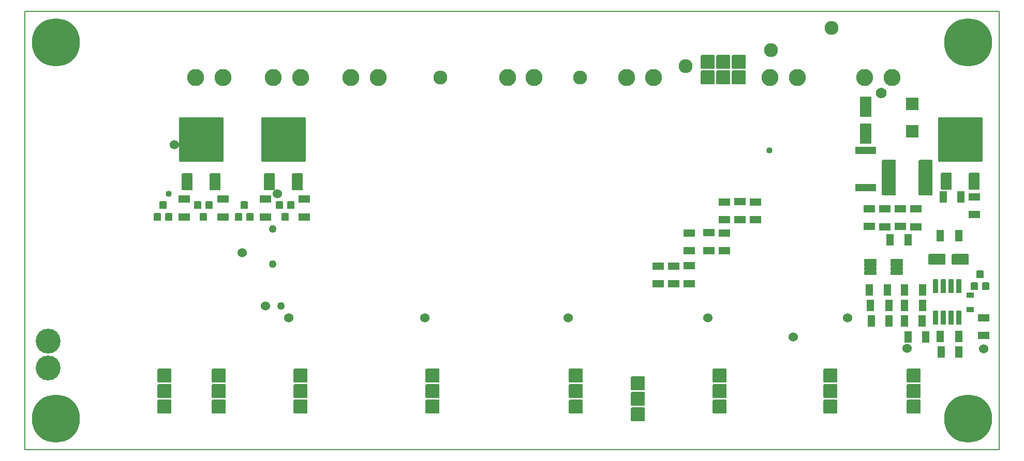
<source format=gbr>
G04 PROTEUS RS274X GERBER FILE*
%FSLAX45Y45*%
%MOMM*%
G01*
%ADD71C,1.270000*%
%ADD46C,2.286000*%
%ADD21C,1.524000*%
%ADD19C,1.016000*%
%ADD47C,1.778000*%
%ADD49C,4.064000*%
%ADD50C,2.794000*%
%AMPPAD045*
4,1,36,
-1.016000,1.143000,
1.016000,1.143000,
1.041970,1.140470,
1.065980,1.133200,
1.087580,1.121650,
1.106290,1.106290,
1.121650,1.087570,
1.133200,1.065980,
1.140470,1.041970,
1.143000,1.016000,
1.143000,-1.016000,
1.140470,-1.041970,
1.133200,-1.065980,
1.121650,-1.087570,
1.106290,-1.106290,
1.087580,-1.121650,
1.065980,-1.133200,
1.041970,-1.140470,
1.016000,-1.143000,
-1.016000,-1.143000,
-1.041970,-1.140470,
-1.065980,-1.133200,
-1.087580,-1.121650,
-1.106290,-1.106290,
-1.121650,-1.087570,
-1.133200,-1.065980,
-1.140470,-1.041970,
-1.143000,-1.016000,
-1.143000,1.016000,
-1.140470,1.041970,
-1.133200,1.065980,
-1.121650,1.087570,
-1.106290,1.106290,
-1.087580,1.121650,
-1.065980,1.133200,
-1.041970,1.140470,
-1.016000,1.143000,
0*%
%ADD51PPAD045*%
%AMPPAD064*
4,1,36,
-0.444500,-0.635000,
0.444500,-0.635000,
0.470470,-0.632470,
0.494480,-0.625200,
0.516080,-0.613650,
0.534790,-0.598290,
0.550150,-0.579570,
0.561700,-0.557980,
0.568970,-0.533970,
0.571500,-0.508000,
0.571500,0.508000,
0.568970,0.533970,
0.561700,0.557980,
0.550150,0.579570,
0.534790,0.598290,
0.516080,0.613650,
0.494480,0.625200,
0.470470,0.632470,
0.444500,0.635000,
-0.444500,0.635000,
-0.470470,0.632470,
-0.494480,0.625200,
-0.516080,0.613650,
-0.534790,0.598290,
-0.550150,0.579570,
-0.561700,0.557980,
-0.568970,0.533970,
-0.571500,0.508000,
-0.571500,-0.508000,
-0.568970,-0.533970,
-0.561700,-0.557980,
-0.550150,-0.579570,
-0.534790,-0.598290,
-0.516080,-0.613650,
-0.494480,-0.625200,
-0.470470,-0.632470,
-0.444500,-0.635000,
0*%
%ADD74PPAD064*%
%AMPPAD065*
4,1,36,
3.492500,3.619500,
-3.492500,3.619500,
-3.518470,3.616970,
-3.542480,3.609700,
-3.564080,3.598150,
-3.582790,3.582790,
-3.598150,3.564070,
-3.609700,3.542480,
-3.616970,3.518470,
-3.619500,3.492500,
-3.619500,-3.492500,
-3.616970,-3.518470,
-3.609700,-3.542480,
-3.598150,-3.564070,
-3.582790,-3.582790,
-3.564080,-3.598150,
-3.542480,-3.609700,
-3.518470,-3.616970,
-3.492500,-3.619500,
3.492500,-3.619500,
3.518470,-3.616970,
3.542480,-3.609700,
3.564080,-3.598150,
3.582790,-3.582790,
3.598150,-3.564070,
3.609700,-3.542480,
3.616970,-3.518470,
3.619500,-3.492500,
3.619500,3.492500,
3.616970,3.518470,
3.609700,3.542480,
3.598150,3.564070,
3.582790,3.582790,
3.564080,3.598150,
3.542480,3.609700,
3.518470,3.616970,
3.492500,3.619500,
0*%
%ADD75PPAD065*%
%AMPPAD066*
4,1,36,
0.762000,1.397000,
-0.762000,1.397000,
-0.787970,1.394470,
-0.811980,1.387200,
-0.833580,1.375650,
-0.852290,1.360290,
-0.867650,1.341570,
-0.879200,1.319980,
-0.886470,1.295970,
-0.889000,1.270000,
-0.889000,-1.270000,
-0.886470,-1.295970,
-0.879200,-1.319980,
-0.867650,-1.341570,
-0.852290,-1.360290,
-0.833580,-1.375650,
-0.811980,-1.387200,
-0.787970,-1.394470,
-0.762000,-1.397000,
0.762000,-1.397000,
0.787970,-1.394470,
0.811980,-1.387200,
0.833580,-1.375650,
0.852290,-1.360290,
0.867650,-1.341570,
0.879200,-1.319980,
0.886470,-1.295970,
0.889000,-1.270000,
0.889000,1.270000,
0.886470,1.295970,
0.879200,1.319980,
0.867650,1.341570,
0.852290,1.360290,
0.833580,1.375650,
0.811980,1.387200,
0.787970,1.394470,
0.762000,1.397000,
0*%
%ADD76PPAD066*%
%AMPPAD067*
4,1,4,
-1.054100,-1.054100,
1.054100,-1.054100,
1.054100,1.054100,
-1.054100,1.054100,
-1.054100,-1.054100,
0*%
%ADD77PPAD067*%
%AMPPAD068*
4,1,36,
-0.571500,0.317500,
-0.571500,-0.317500,
-0.568970,-0.343470,
-0.561700,-0.367480,
-0.550150,-0.389080,
-0.534790,-0.407790,
-0.516070,-0.423150,
-0.494480,-0.434700,
-0.470470,-0.441970,
-0.444500,-0.444500,
0.444500,-0.444500,
0.470470,-0.441970,
0.494480,-0.434700,
0.516070,-0.423150,
0.534790,-0.407790,
0.550150,-0.389080,
0.561700,-0.367480,
0.568970,-0.343470,
0.571500,-0.317500,
0.571500,0.317500,
0.568970,0.343470,
0.561700,0.367480,
0.550150,0.389080,
0.534790,0.407790,
0.516070,0.423150,
0.494480,0.434700,
0.470470,0.441970,
0.444500,0.444500,
-0.444500,0.444500,
-0.470470,0.441970,
-0.494480,0.434700,
-0.516070,0.423150,
-0.534790,0.407790,
-0.550150,0.389080,
-0.561700,0.367480,
-0.568970,0.343470,
-0.571500,0.317500,
0*%
%ADD78PPAD068*%
%AMPPAD042*
4,1,36,
-1.016000,2.921000,
1.016000,2.921000,
1.041970,2.918470,
1.065980,2.911200,
1.087580,2.899650,
1.106290,2.884290,
1.121650,2.865570,
1.133200,2.843980,
1.140470,2.819970,
1.143000,2.794000,
1.143000,-2.794000,
1.140470,-2.819970,
1.133200,-2.843980,
1.121650,-2.865570,
1.106290,-2.884290,
1.087580,-2.899650,
1.065980,-2.911200,
1.041970,-2.918470,
1.016000,-2.921000,
-1.016000,-2.921000,
-1.041970,-2.918470,
-1.065980,-2.911200,
-1.087580,-2.899650,
-1.106290,-2.884290,
-1.121650,-2.865570,
-1.133200,-2.843980,
-1.140470,-2.819970,
-1.143000,-2.794000,
-1.143000,2.794000,
-1.140470,2.819970,
-1.133200,2.843980,
-1.121650,2.865570,
-1.106290,2.884290,
-1.087580,2.899650,
-1.065980,2.911200,
-1.041970,2.918470,
-1.016000,2.921000,
0*%
%ADD48PPAD042*%
%AMPPAD069*
4,1,36,
-0.825500,-1.651000,
0.825500,-1.651000,
0.851470,-1.648470,
0.875480,-1.641200,
0.897080,-1.629650,
0.915790,-1.614290,
0.931150,-1.595570,
0.942700,-1.573980,
0.949970,-1.549970,
0.952500,-1.524000,
0.952500,1.524000,
0.949970,1.549970,
0.942700,1.573980,
0.931150,1.595570,
0.915790,1.614290,
0.897080,1.629650,
0.875480,1.641200,
0.851470,1.648470,
0.825500,1.651000,
-0.825500,1.651000,
-0.851470,1.648470,
-0.875480,1.641200,
-0.897080,1.629650,
-0.915790,1.614290,
-0.931150,1.595570,
-0.942700,1.573980,
-0.949970,1.549970,
-0.952500,1.524000,
-0.952500,-1.524000,
-0.949970,-1.549970,
-0.942700,-1.573980,
-0.931150,-1.595570,
-0.915790,-1.614290,
-0.897080,-1.629650,
-0.875480,-1.641200,
-0.851470,-1.648470,
-0.825500,-1.651000,
0*%
%ADD79PPAD069*%
%AMPPAD057*
4,1,36,
-1.016000,-0.190500,
-1.016000,0.190500,
-1.013470,0.216470,
-1.006200,0.240480,
-0.994650,0.262080,
-0.979290,0.280790,
-0.960570,0.296150,
-0.938980,0.307700,
-0.914970,0.314970,
-0.889000,0.317500,
0.889000,0.317500,
0.914970,0.314970,
0.938980,0.307700,
0.960570,0.296150,
0.979290,0.280790,
0.994650,0.262080,
1.006200,0.240480,
1.013470,0.216470,
1.016000,0.190500,
1.016000,-0.190500,
1.013470,-0.216470,
1.006200,-0.240480,
0.994650,-0.262080,
0.979290,-0.280790,
0.960570,-0.296150,
0.938980,-0.307700,
0.914970,-0.314970,
0.889000,-0.317500,
-0.889000,-0.317500,
-0.914970,-0.314970,
-0.938980,-0.307700,
-0.960570,-0.296150,
-0.979290,-0.280790,
-0.994650,-0.262080,
-1.006200,-0.240480,
-1.013470,-0.216470,
-1.016000,-0.190500,
0*%
%ADD63PPAD057*%
%AMPPAD070*
4,1,36,
-0.317500,-1.143000,
0.317500,-1.143000,
0.343470,-1.140470,
0.367480,-1.133200,
0.389080,-1.121650,
0.407790,-1.106290,
0.423150,-1.087570,
0.434700,-1.065980,
0.441970,-1.041970,
0.444500,-1.016000,
0.444500,1.016000,
0.441970,1.041970,
0.434700,1.065980,
0.423150,1.087570,
0.407790,1.106290,
0.389080,1.121650,
0.367480,1.133200,
0.343470,1.140470,
0.317500,1.143000,
-0.317500,1.143000,
-0.343470,1.140470,
-0.367480,1.133200,
-0.389080,1.121650,
-0.407790,1.106290,
-0.423150,1.087570,
-0.434700,1.065980,
-0.441970,1.041970,
-0.444500,1.016000,
-0.444500,-1.016000,
-0.441970,-1.041970,
-0.434700,-1.065980,
-0.423150,-1.087570,
-0.407790,-1.106290,
-0.389080,-1.121650,
-0.367480,-1.133200,
-0.343470,-1.140470,
-0.317500,-1.143000,
0*%
%ADD80PPAD070*%
%AMPPAD071*
4,1,4,
-1.701800,0.622300,
-1.701800,-0.622300,
1.701800,-0.622300,
1.701800,0.622300,
-1.701800,0.622300,
0*%
%ADD81PPAD071*%
%AMPPAD054*
4,1,36,
-1.397000,-0.762000,
-1.397000,0.762000,
-1.394470,0.787970,
-1.387200,0.811980,
-1.375650,0.833580,
-1.360290,0.852290,
-1.341570,0.867650,
-1.319980,0.879200,
-1.295970,0.886470,
-1.270000,0.889000,
1.270000,0.889000,
1.295970,0.886470,
1.319980,0.879200,
1.341570,0.867650,
1.360290,0.852290,
1.375650,0.833580,
1.387200,0.811980,
1.394470,0.787970,
1.397000,0.762000,
1.397000,-0.762000,
1.394470,-0.787970,
1.387200,-0.811980,
1.375650,-0.833580,
1.360290,-0.852290,
1.341570,-0.867650,
1.319980,-0.879200,
1.295970,-0.886470,
1.270000,-0.889000,
-1.270000,-0.889000,
-1.295970,-0.886470,
-1.319980,-0.879200,
-1.341570,-0.867650,
-1.360290,-0.852290,
-1.375650,-0.833580,
-1.387200,-0.811980,
-1.394470,-0.787970,
-1.397000,-0.762000,
0*%
%ADD60PPAD054*%
%AMPPAD072*
4,1,4,
0.571500,0.901700,
-0.571500,0.901700,
-0.571500,-0.901700,
0.571500,-0.901700,
0.571500,0.901700,
0*%
%ADD82PPAD072*%
%AMPPAD073*
4,1,4,
0.901700,-0.571500,
0.901700,0.571500,
-0.901700,0.571500,
-0.901700,-0.571500,
0.901700,-0.571500,
0*%
%ADD83PPAD073*%
%ADD64C,7.874000*%
%ADD41C,0.203200*%
D71*
X-3379970Y-639428D03*
X-3374955Y-1215192D03*
X-3238500Y-1905000D03*
D46*
X-635000Y+1841500D03*
X+1651000Y+1841500D03*
X+3383781Y+2028052D03*
D21*
X-4989352Y+736133D03*
X-3302000Y-63500D03*
X+8255000Y-2603500D03*
X+6032500Y-2095500D03*
X+3746500Y-2095500D03*
X+1460500Y-2095500D03*
X-889000Y-2095500D03*
X-3111500Y-2095500D03*
X-3492500Y-1905000D03*
X-3873500Y-1031366D03*
D19*
X-5080000Y-63500D03*
D21*
X+5143500Y-2413000D03*
X+7003489Y-2602297D03*
D19*
X+4749800Y+647700D03*
D46*
X+5765800Y+2654300D03*
D47*
X+6578600Y+1587500D03*
D46*
X+4779148Y+2286000D03*
D49*
X-7048500Y-2476500D03*
X-7048500Y-2921000D03*
D50*
X-2095500Y+1841500D03*
X-1651000Y+1841500D03*
D51*
X-2921000Y-3556000D03*
X-2921000Y-3048000D03*
X-2921000Y-3302000D03*
D50*
X+901700Y+1841500D03*
D51*
X-762000Y-3556000D03*
X-762000Y-3302000D03*
X-762000Y-3048000D03*
X+1587500Y-3302000D03*
X+1587500Y-3556000D03*
X+1587500Y-3048000D03*
D50*
X+2857500Y+1841500D03*
D51*
X+3937000Y-3556000D03*
X+5753100Y-3556000D03*
X+3937000Y-3048000D03*
X+5753100Y-3048000D03*
X+3937000Y-3302000D03*
X+5753100Y-3302000D03*
D50*
X+5207000Y+1841500D03*
X+6756400Y+1841500D03*
D74*
X+8196580Y-1389380D03*
X+8290560Y-1579880D03*
X+8102600Y-1579880D03*
D75*
X+7874000Y+825500D03*
D76*
X+8102600Y+134620D03*
X+7645400Y+134620D03*
D77*
X+7086600Y+1404620D03*
X+7086600Y+954620D03*
D78*
X+8039100Y-1960880D03*
X+8039100Y-1725930D03*
D48*
X+6705600Y+198120D03*
X+7305600Y+198120D03*
D51*
X+7112000Y-3302000D03*
X+7112000Y-3556000D03*
X+7112000Y-3048000D03*
D50*
X+6311900Y+1841500D03*
D51*
X-4254500Y-3556000D03*
D79*
X+6324600Y+914620D03*
X+6324600Y+1359120D03*
D63*
X+6832600Y-1163900D03*
X+6832600Y-1228900D03*
X+6832600Y-1293900D03*
X+6832600Y-1358900D03*
X+6402600Y-1358900D03*
X+6402600Y-1293900D03*
X+6402600Y-1228900D03*
X+6402600Y-1163900D03*
D80*
X+7848600Y-2100580D03*
X+7721600Y-2100580D03*
X+7594600Y-2100580D03*
X+7467600Y-2100580D03*
X+7467600Y-1579880D03*
X+7594600Y-1579880D03*
X+7721600Y-1579880D03*
X+7848600Y-1579880D03*
D81*
X+6324600Y+642620D03*
X+6324600Y+32620D03*
D60*
X+7874000Y-1143000D03*
X+7493000Y-1143000D03*
D82*
X+7848600Y-754380D03*
X+7548600Y-754380D03*
X+6705600Y-2151380D03*
X+6415600Y-2151380D03*
X+6678100Y-1643380D03*
X+6388100Y-1643380D03*
D83*
X+6388100Y-599880D03*
X+6388100Y-309880D03*
X+6896100Y-599880D03*
X+6896100Y-309880D03*
D82*
X+7249600Y-2151380D03*
X+6959600Y-2151380D03*
D83*
X+8255000Y-2095500D03*
X+8255000Y-2385500D03*
D82*
X+7848600Y-2405380D03*
X+7548600Y-2405380D03*
D83*
X+7150100Y-309880D03*
X+7150100Y-609880D03*
X+8102600Y-119380D03*
X+8102600Y-409380D03*
D82*
X+7594600Y-119380D03*
X+7884600Y-119380D03*
X+7848600Y-2659380D03*
X+7558600Y-2659380D03*
D83*
X+6642100Y-309880D03*
X+6642100Y-609880D03*
D82*
X+7023100Y-817880D03*
X+6723100Y-817880D03*
X+7259600Y-1643380D03*
X+6959600Y-1643380D03*
X+7259600Y-1897380D03*
X+6959600Y-1897380D03*
X+6705600Y-1897380D03*
X+6405600Y-1897380D03*
D64*
X-6921500Y-3746500D03*
X-6921500Y+2413000D03*
X+8001000Y+2413000D03*
X+8001000Y-3746500D03*
D50*
X-4191000Y+1841500D03*
X-4635500Y+1841500D03*
D75*
X-4546600Y+817880D03*
D76*
X-4318000Y+127000D03*
X-4775200Y+127000D03*
D75*
X-3200400Y+817880D03*
D76*
X-2971800Y+127000D03*
X-3429000Y+127000D03*
D74*
X-5173980Y-254000D03*
X-5080000Y-444500D03*
X-5267960Y-444500D03*
X-3840480Y-254000D03*
X-3746500Y-444500D03*
X-3934460Y-444500D03*
X-4508500Y-444500D03*
X-4602480Y-254000D03*
X-4414520Y-254000D03*
X-3175000Y-444500D03*
X-3268980Y-254000D03*
X-3081020Y-254000D03*
D83*
X-4826000Y-154500D03*
X-4826000Y-444500D03*
X-4191000Y-154500D03*
X-4191000Y-444500D03*
X-3492500Y-154500D03*
X-3492500Y-444500D03*
X-2857500Y-154500D03*
X-2857500Y-444500D03*
D50*
X-2921000Y+1841500D03*
X-3365500Y+1841500D03*
D51*
X-4254500Y-3048000D03*
X-4254500Y-3302000D03*
D83*
X+3439000Y-1242500D03*
X+3439000Y-1542500D03*
X+3756500Y-698500D03*
X+3756500Y-998500D03*
X+4264500Y-190500D03*
X+4264500Y-490500D03*
X+2931000Y-1542500D03*
X+2931000Y-1252500D03*
X+3439000Y-998500D03*
X+3439000Y-708500D03*
X+4010500Y-998500D03*
X+4010500Y-708500D03*
X+3185000Y-1542500D03*
X+3185000Y-1252500D03*
X+4010500Y-490500D03*
X+4010500Y-200500D03*
X+4518500Y-490500D03*
X+4518500Y-200500D03*
D51*
X+3746500Y+2095500D03*
X+2603500Y-3175000D03*
X+3746500Y+1841500D03*
X+4000500Y+2095500D03*
X+2603500Y-3429000D03*
X+4000500Y+1841500D03*
X+4254500Y+2095500D03*
X+2603500Y-3683000D03*
X+4254500Y+1841500D03*
X-5143500Y-3048000D03*
X-5143500Y-3302000D03*
D82*
X+7311000Y-2413000D03*
X+7021000Y-2413000D03*
D51*
X-5143500Y-3556000D03*
D50*
X+469900Y+1841500D03*
X+2413000Y+1841500D03*
X+4762500Y+1841500D03*
D41*
X-7429500Y-4254500D02*
X+8509000Y-4254500D01*
X+8509000Y+2921000D01*
X-7429500Y+2921000D01*
X-7429500Y-4254500D01*
M02*

</source>
